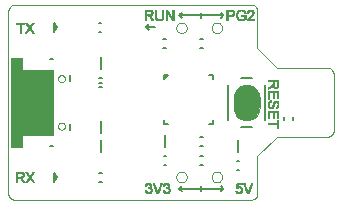
<source format=gbr>
G04 PROTEUS RS274X GERBER FILE*
%FSLAX45Y45*%
%MOMM*%
G01*
%ADD29C,0.025400*%
%ADD30C,0.127000*%
%ADD31C,0.031750*%
G36*
X-576600Y-275000D02*
X-576600Y+275000D01*
X-216600Y+275000D01*
X-216600Y-275000D01*
X-576600Y-275000D01*
G37*
G36*
X-576600Y+275000D02*
X-576600Y+375000D01*
X-481600Y+375000D01*
X-481600Y+275000D01*
X-576600Y+275000D01*
G37*
G36*
X-576600Y-375000D02*
X-576600Y-275000D01*
X-481600Y-275000D01*
X-481600Y-375000D01*
X-576600Y-375000D01*
G37*
G36*
X+718500Y+195000D02*
X+718500Y+235000D01*
X+758500Y+235000D01*
X+718500Y+195000D01*
G37*
G36*
X+1310600Y-41400D02*
X+1310600Y+38600D01*
X+1312789Y+61091D01*
X+1319086Y+81891D01*
X+1329090Y+100596D01*
X+1342397Y+116803D01*
X+1358604Y+130110D01*
X+1377309Y+140114D01*
X+1398109Y+146411D01*
X+1420600Y+148600D01*
X+1443091Y+146411D01*
X+1463891Y+140114D01*
X+1482596Y+130110D01*
X+1498803Y+116803D01*
X+1512110Y+100596D01*
X+1522114Y+81891D01*
X+1528411Y+61091D01*
X+1530600Y+38600D01*
X+1530600Y-41400D01*
X+1528411Y-63891D01*
X+1522114Y-84691D01*
X+1512110Y-103396D01*
X+1498803Y-119603D01*
X+1482596Y-132910D01*
X+1463891Y-142914D01*
X+1443091Y-149211D01*
X+1420600Y-151400D01*
X+1398109Y-149211D01*
X+1377309Y-142914D01*
X+1358604Y-132910D01*
X+1342397Y-119603D01*
X+1329090Y-103396D01*
X+1319086Y-84691D01*
X+1312789Y-63891D01*
X+1310600Y-41400D01*
G37*
G36*
X-209320Y-594540D02*
X-209320Y-674540D01*
X-184320Y-634540D01*
X-209320Y-594540D01*
G37*
G36*
X-209320Y+675460D02*
X-209320Y+595460D01*
X-184320Y+635460D01*
X-209320Y+675460D01*
G37*
D29*
X-116600Y-200000D02*
X-116703Y-197511D01*
X-117545Y-192531D01*
X-119305Y-187551D01*
X-122182Y-182571D01*
X-126583Y-177655D01*
X-131563Y-174041D01*
X-136543Y-171736D01*
X-141523Y-170433D01*
X-146503Y-170000D01*
X-146600Y-170000D01*
X-176600Y-200000D02*
X-176497Y-197511D01*
X-175655Y-192531D01*
X-173895Y-187551D01*
X-171018Y-182571D01*
X-166617Y-177655D01*
X-161637Y-174041D01*
X-156657Y-171736D01*
X-151677Y-170433D01*
X-146697Y-170000D01*
X-146600Y-170000D01*
X-176600Y-200000D02*
X-176497Y-202489D01*
X-175655Y-207469D01*
X-173895Y-212449D01*
X-171018Y-217429D01*
X-166617Y-222345D01*
X-161637Y-225959D01*
X-156657Y-228264D01*
X-151677Y-229567D01*
X-146697Y-230000D01*
X-146600Y-230000D01*
X-116600Y-200000D02*
X-116703Y-202489D01*
X-117545Y-207469D01*
X-119305Y-212449D01*
X-122182Y-217429D01*
X-126583Y-222345D01*
X-131563Y-225959D01*
X-136543Y-228264D01*
X-141523Y-229567D01*
X-146503Y-230000D01*
X-146600Y-230000D01*
X-116600Y+200000D02*
X-116703Y+202489D01*
X-117545Y+207469D01*
X-119305Y+212449D01*
X-122182Y+217429D01*
X-126583Y+222345D01*
X-131563Y+225959D01*
X-136543Y+228264D01*
X-141523Y+229567D01*
X-146503Y+230000D01*
X-146600Y+230000D01*
X-176600Y+200000D02*
X-176497Y+202489D01*
X-175655Y+207469D01*
X-173895Y+212449D01*
X-171018Y+217429D01*
X-166617Y+222345D01*
X-161637Y+225959D01*
X-156657Y+228264D01*
X-151677Y+229567D01*
X-146697Y+230000D01*
X-146600Y+230000D01*
X-176600Y+200000D02*
X-176497Y+197511D01*
X-175655Y+192531D01*
X-173895Y+187551D01*
X-171018Y+182571D01*
X-166617Y+177655D01*
X-161637Y+174041D01*
X-156657Y+171736D01*
X-151677Y+170433D01*
X-146697Y+170000D01*
X-146600Y+170000D01*
X-116600Y+200000D02*
X-116703Y+197511D01*
X-117545Y+192531D01*
X-119305Y+187551D01*
X-122182Y+182571D01*
X-126583Y+177655D01*
X-131563Y+174041D01*
X-136543Y+171736D01*
X-141523Y+170433D01*
X-146503Y+170000D01*
X-146600Y+170000D01*
D30*
X-221600Y+370000D02*
X-241600Y+370000D01*
X-221600Y-370000D02*
X-241600Y-370000D01*
X-76600Y+230000D02*
X-76600Y+180000D01*
X-76600Y-230000D02*
X-76600Y-180000D01*
D29*
X-576600Y-275000D02*
X-216600Y-275000D01*
X-216600Y+275000D01*
X-576600Y+275000D01*
X-576600Y-275000D01*
X-576600Y+275000D02*
X-481600Y+275000D01*
X-481600Y+375000D01*
X-576600Y+375000D01*
X-576600Y+275000D01*
X-576600Y-375000D02*
X-481600Y-375000D01*
X-481600Y-275000D01*
X-576600Y-275000D01*
X-576600Y-375000D01*
D30*
X+718500Y+195000D02*
X+718500Y+235000D01*
X+758500Y+235000D01*
X+718500Y+195000D01*
X+1098500Y+235000D02*
X+1138500Y+235000D01*
X+1138500Y+195000D02*
X+1138500Y+235000D01*
X+1098500Y-185000D02*
X+1138500Y-185000D01*
X+1138500Y-145000D01*
X+758500Y-185000D02*
X+718500Y-185000D01*
X+718500Y-145000D01*
D29*
X-596900Y-774700D02*
X-596900Y+774700D01*
X-546100Y+825500D02*
X+1460500Y+825500D01*
X-596900Y+774700D02*
X-592981Y+794693D01*
X-582216Y+810816D01*
X-566093Y+821581D01*
X-546100Y+825500D01*
X-546100Y-825500D02*
X-566093Y-821581D01*
X-582216Y-810816D01*
X-592981Y-794693D01*
X-596900Y-774700D01*
X-546100Y-825500D02*
X+1460500Y-825500D01*
D30*
X+1260600Y-151400D02*
X+1260600Y+148600D01*
X+1580600Y-151400D02*
X+1580600Y+148600D01*
X+1465600Y-211400D02*
X+1375600Y-211400D01*
X+1465600Y+208600D02*
X+1375600Y+208600D01*
D29*
X+1310600Y-41400D02*
X+1310600Y+38600D01*
X+1312789Y+61091D01*
X+1319086Y+81891D01*
X+1329090Y+100596D01*
X+1342397Y+116803D01*
X+1358604Y+130110D01*
X+1377309Y+140114D01*
X+1398109Y+146411D01*
X+1420600Y+148600D01*
X+1443091Y+146411D01*
X+1463891Y+140114D01*
X+1482596Y+130110D01*
X+1498803Y+116803D01*
X+1512110Y+100596D01*
X+1522114Y+81891D01*
X+1528411Y+61091D01*
X+1530600Y+38600D01*
X+1530600Y-41400D01*
X+1528411Y-63891D01*
X+1522114Y-84691D01*
X+1512110Y-103396D01*
X+1498803Y-119603D01*
X+1482596Y-132910D01*
X+1463891Y-142914D01*
X+1443091Y-149211D01*
X+1420600Y-151400D01*
X+1398109Y-149211D01*
X+1377309Y-142914D01*
X+1358604Y-132910D01*
X+1342397Y-119603D01*
X+1329090Y-103396D01*
X+1319086Y-84691D01*
X+1312789Y-63891D01*
X+1310600Y-41400D01*
D31*
X+1599015Y-30144D02*
X+1599015Y-7284D01*
X+1601555Y-185084D02*
X+1601555Y-174924D01*
X+1601555Y-134284D02*
X+1601555Y-68244D01*
X+1601555Y-35224D02*
X+1601555Y+336D01*
X+1601555Y+33356D02*
X+1601555Y+99396D01*
X+1601555Y+117176D02*
X+1601555Y+127336D01*
X+1601555Y+178136D02*
X+1601555Y+188296D01*
X+1604095Y-185084D02*
X+1604095Y-174924D01*
X+1604095Y-134284D02*
X+1604095Y-68244D01*
X+1604095Y-40304D02*
X+1604095Y+5416D01*
X+1604095Y+33356D02*
X+1604095Y+99396D01*
X+1604095Y+117176D02*
X+1604095Y+129876D01*
X+1604095Y+178136D02*
X+1604095Y+188296D01*
X+1606635Y-185084D02*
X+1606635Y-174924D01*
X+1606635Y-134284D02*
X+1606635Y-68244D01*
X+1606635Y-42844D02*
X+1606635Y+7956D01*
X+1606635Y+33356D02*
X+1606635Y+99396D01*
X+1606635Y+119716D02*
X+1606635Y+129876D01*
X+1606635Y+178136D02*
X+1606635Y+188296D01*
X+1609175Y-185084D02*
X+1609175Y-174924D01*
X+1609175Y-134284D02*
X+1609175Y-68244D01*
X+1609175Y-45384D02*
X+1609175Y-27604D01*
X+1609175Y-9824D02*
X+1609175Y+10496D01*
X+1609175Y+33356D02*
X+1609175Y+99396D01*
X+1609175Y+119716D02*
X+1609175Y+132416D01*
X+1609175Y+178136D02*
X+1609175Y+188296D01*
X+1611715Y-185084D02*
X+1611715Y-174924D01*
X+1611715Y-78404D02*
X+1611715Y-68244D01*
X+1611715Y-47924D02*
X+1611715Y-32684D01*
X+1611715Y-2204D02*
X+1611715Y+13036D01*
X+1611715Y+89236D02*
X+1611715Y+99396D01*
X+1611715Y+122256D02*
X+1611715Y+134956D01*
X+1611715Y+178136D02*
X+1611715Y+188296D01*
X+1614255Y-185084D02*
X+1614255Y-174924D01*
X+1614255Y-78404D02*
X+1614255Y-68244D01*
X+1614255Y-47924D02*
X+1614255Y-35224D01*
X+1614255Y+336D02*
X+1614255Y+13036D01*
X+1614255Y+89236D02*
X+1614255Y+99396D01*
X+1614255Y+124796D02*
X+1614255Y+134956D01*
X+1614255Y+178136D02*
X+1614255Y+188296D01*
X+1616795Y-185084D02*
X+1616795Y-174924D01*
X+1616795Y-78404D02*
X+1616795Y-68244D01*
X+1616795Y-47924D02*
X+1616795Y-37764D01*
X+1616795Y+2876D02*
X+1616795Y+15576D01*
X+1616795Y+89236D02*
X+1616795Y+99396D01*
X+1616795Y+124796D02*
X+1616795Y+137496D01*
X+1616795Y+178136D02*
X+1616795Y+188296D01*
X+1619335Y-185084D02*
X+1619335Y-174924D01*
X+1619335Y-78404D02*
X+1619335Y-68244D01*
X+1619335Y-50464D02*
X+1619335Y-40304D01*
X+1619335Y+5416D02*
X+1619335Y+15576D01*
X+1619335Y+89236D02*
X+1619335Y+99396D01*
X+1619335Y+127336D02*
X+1619335Y+140036D01*
X+1619335Y+178136D02*
X+1619335Y+188296D01*
X+1621875Y-185084D02*
X+1621875Y-174924D01*
X+1621875Y-78404D02*
X+1621875Y-68244D01*
X+1621875Y-50464D02*
X+1621875Y-40304D01*
X+1621875Y+5416D02*
X+1621875Y+18116D01*
X+1621875Y+89236D02*
X+1621875Y+99396D01*
X+1621875Y+127336D02*
X+1621875Y+140036D01*
X+1621875Y+178136D02*
X+1621875Y+188296D01*
X+1624415Y-185084D02*
X+1624415Y-174924D01*
X+1624415Y-78404D02*
X+1624415Y-68244D01*
X+1624415Y-50464D02*
X+1624415Y-40304D01*
X+1624415Y+7956D02*
X+1624415Y+18116D01*
X+1624415Y+89236D02*
X+1624415Y+99396D01*
X+1624415Y+129876D02*
X+1624415Y+142576D01*
X+1624415Y+178136D02*
X+1624415Y+188296D01*
X+1626955Y-185084D02*
X+1626955Y-174924D01*
X+1626955Y-78404D02*
X+1626955Y-68244D01*
X+1626955Y-50464D02*
X+1626955Y-40304D01*
X+1626955Y+7956D02*
X+1626955Y+18116D01*
X+1626955Y+89236D02*
X+1626955Y+99396D01*
X+1626955Y+132416D02*
X+1626955Y+145116D01*
X+1626955Y+178136D02*
X+1626955Y+188296D01*
X+1629495Y-185084D02*
X+1629495Y-174924D01*
X+1629495Y-78404D02*
X+1629495Y-68244D01*
X+1629495Y-50464D02*
X+1629495Y-40304D01*
X+1629495Y+7956D02*
X+1629495Y+18116D01*
X+1629495Y+89236D02*
X+1629495Y+99396D01*
X+1629495Y+134956D02*
X+1629495Y+145116D01*
X+1629495Y+178136D02*
X+1629495Y+188296D01*
X+1632035Y-185084D02*
X+1632035Y-174924D01*
X+1632035Y-78404D02*
X+1632035Y-68244D01*
X+1632035Y-50464D02*
X+1632035Y-37764D01*
X+1632035Y+89236D02*
X+1632035Y+99396D01*
X+1632035Y+134956D02*
X+1632035Y+147656D01*
X+1632035Y+178136D02*
X+1632035Y+188296D01*
X+1634575Y-185084D02*
X+1634575Y-174924D01*
X+1634575Y-78404D02*
X+1634575Y-68244D01*
X+1634575Y-47924D02*
X+1634575Y-35224D01*
X+1634575Y+89236D02*
X+1634575Y+99396D01*
X+1634575Y+137496D02*
X+1634575Y+150196D01*
X+1634575Y+178136D02*
X+1634575Y+188296D01*
X+1637115Y-185084D02*
X+1637115Y-174924D01*
X+1637115Y-78404D02*
X+1637115Y-68244D01*
X+1637115Y-47924D02*
X+1637115Y-27604D01*
X+1637115Y+89236D02*
X+1637115Y+99396D01*
X+1637115Y+140036D02*
X+1637115Y+152736D01*
X+1637115Y+178136D02*
X+1637115Y+188296D01*
X+1639655Y-185084D02*
X+1639655Y-174924D01*
X+1639655Y-78404D02*
X+1639655Y-68244D01*
X+1639655Y-45384D02*
X+1639655Y-19984D01*
X+1639655Y+89236D02*
X+1639655Y+99396D01*
X+1639655Y+142576D02*
X+1639655Y+155276D01*
X+1639655Y+178136D02*
X+1639655Y+188296D01*
X+1642195Y-185084D02*
X+1642195Y-174924D01*
X+1642195Y-129204D02*
X+1642195Y-68244D01*
X+1642195Y-42844D02*
X+1642195Y-9824D01*
X+1642195Y+38436D02*
X+1642195Y+99396D01*
X+1642195Y+137496D02*
X+1642195Y+188296D01*
X+1644735Y-185084D02*
X+1644735Y-174924D01*
X+1644735Y-129204D02*
X+1644735Y-68244D01*
X+1644735Y-40304D02*
X+1644735Y+336D01*
X+1644735Y+38436D02*
X+1644735Y+99396D01*
X+1644735Y+132416D02*
X+1644735Y+188296D01*
X+1647275Y-185084D02*
X+1647275Y-174924D01*
X+1647275Y-129204D02*
X+1647275Y-68244D01*
X+1647275Y-35224D02*
X+1647275Y+5416D01*
X+1647275Y+38436D02*
X+1647275Y+99396D01*
X+1647275Y+127336D02*
X+1647275Y+188296D01*
X+1649815Y-185084D02*
X+1649815Y-174924D01*
X+1649815Y-129204D02*
X+1649815Y-68244D01*
X+1649815Y-27604D02*
X+1649815Y+7956D01*
X+1649815Y+38436D02*
X+1649815Y+99396D01*
X+1649815Y+124796D02*
X+1649815Y+188296D01*
X+1652355Y-185084D02*
X+1652355Y-174924D01*
X+1652355Y-78404D02*
X+1652355Y-68244D01*
X+1652355Y-19984D02*
X+1652355Y+10496D01*
X+1652355Y+89236D02*
X+1652355Y+99396D01*
X+1652355Y+122256D02*
X+1652355Y+140036D01*
X+1652355Y+178136D02*
X+1652355Y+188296D01*
X+1654895Y-185084D02*
X+1654895Y-174924D01*
X+1654895Y-78404D02*
X+1654895Y-68244D01*
X+1654895Y-9824D02*
X+1654895Y+13036D01*
X+1654895Y+89236D02*
X+1654895Y+99396D01*
X+1654895Y+122256D02*
X+1654895Y+134956D01*
X+1654895Y+178136D02*
X+1654895Y+188296D01*
X+1657435Y-185084D02*
X+1657435Y-174924D01*
X+1657435Y-78404D02*
X+1657435Y-68244D01*
X+1657435Y-2204D02*
X+1657435Y+13036D01*
X+1657435Y+89236D02*
X+1657435Y+99396D01*
X+1657435Y+119716D02*
X+1657435Y+132416D01*
X+1657435Y+178136D02*
X+1657435Y+188296D01*
X+1659975Y-185084D02*
X+1659975Y-174924D01*
X+1659975Y-78404D02*
X+1659975Y-68244D01*
X+1659975Y+2876D02*
X+1659975Y+15576D01*
X+1659975Y+89236D02*
X+1659975Y+99396D01*
X+1659975Y+119716D02*
X+1659975Y+129876D01*
X+1659975Y+178136D02*
X+1659975Y+188296D01*
X+1662515Y-185084D02*
X+1662515Y-174924D01*
X+1662515Y-78404D02*
X+1662515Y-68244D01*
X+1662515Y+5416D02*
X+1662515Y+15576D01*
X+1662515Y+89236D02*
X+1662515Y+99396D01*
X+1662515Y+119716D02*
X+1662515Y+129876D01*
X+1662515Y+178136D02*
X+1662515Y+188296D01*
X+1665055Y-185084D02*
X+1665055Y-174924D01*
X+1665055Y-78404D02*
X+1665055Y-68244D01*
X+1665055Y+5416D02*
X+1665055Y+15576D01*
X+1665055Y+89236D02*
X+1665055Y+99396D01*
X+1665055Y+119716D02*
X+1665055Y+129876D01*
X+1665055Y+178136D02*
X+1665055Y+188296D01*
X+1667595Y-185084D02*
X+1667595Y-174924D01*
X+1667595Y-78404D02*
X+1667595Y-68244D01*
X+1667595Y-47924D02*
X+1667595Y-37764D01*
X+1667595Y+5416D02*
X+1667595Y+15576D01*
X+1667595Y+89236D02*
X+1667595Y+99396D01*
X+1667595Y+119716D02*
X+1667595Y+129876D01*
X+1667595Y+178136D02*
X+1667595Y+188296D01*
X+1670135Y-185084D02*
X+1670135Y-174924D01*
X+1670135Y-78404D02*
X+1670135Y-68244D01*
X+1670135Y-47924D02*
X+1670135Y-37764D01*
X+1670135Y+5416D02*
X+1670135Y+15576D01*
X+1670135Y+89236D02*
X+1670135Y+99396D01*
X+1670135Y+119716D02*
X+1670135Y+129876D01*
X+1670135Y+178136D02*
X+1670135Y+188296D01*
X+1672675Y-185084D02*
X+1672675Y-174924D01*
X+1672675Y-78404D02*
X+1672675Y-68244D01*
X+1672675Y-47924D02*
X+1672675Y-35224D01*
X+1672675Y+5416D02*
X+1672675Y+15576D01*
X+1672675Y+89236D02*
X+1672675Y+99396D01*
X+1672675Y+119716D02*
X+1672675Y+132416D01*
X+1672675Y+178136D02*
X+1672675Y+188296D01*
X+1675215Y-185084D02*
X+1675215Y-174924D01*
X+1675215Y-78404D02*
X+1675215Y-68244D01*
X+1675215Y-45384D02*
X+1675215Y-35224D01*
X+1675215Y+2876D02*
X+1675215Y+13036D01*
X+1675215Y+89236D02*
X+1675215Y+99396D01*
X+1675215Y+122256D02*
X+1675215Y+134956D01*
X+1675215Y+178136D02*
X+1675215Y+188296D01*
X+1677755Y-185084D02*
X+1677755Y-174924D01*
X+1677755Y-78404D02*
X+1677755Y-68244D01*
X+1677755Y-45384D02*
X+1677755Y-30144D01*
X+1677755Y+336D02*
X+1677755Y+13036D01*
X+1677755Y+89236D02*
X+1677755Y+99396D01*
X+1677755Y+122256D02*
X+1677755Y+140036D01*
X+1677755Y+178136D02*
X+1677755Y+188296D01*
X+1680295Y-215564D02*
X+1680295Y-144444D01*
X+1680295Y-131744D02*
X+1680295Y-68244D01*
X+1680295Y-42844D02*
X+1680295Y-25064D01*
X+1680295Y-4744D02*
X+1680295Y+10496D01*
X+1680295Y+35896D02*
X+1680295Y+99396D01*
X+1680295Y+124796D02*
X+1680295Y+188296D01*
X+1682835Y-215564D02*
X+1682835Y-144444D01*
X+1682835Y-131744D02*
X+1682835Y-68244D01*
X+1682835Y-40304D02*
X+1682835Y+10496D01*
X+1682835Y+35896D02*
X+1682835Y+99396D01*
X+1682835Y+127336D02*
X+1682835Y+188296D01*
X+1685375Y-215564D02*
X+1685375Y-144444D01*
X+1685375Y-131744D02*
X+1685375Y-68244D01*
X+1685375Y-37764D02*
X+1685375Y+5416D01*
X+1685375Y+35896D02*
X+1685375Y+99396D01*
X+1685375Y+129876D02*
X+1685375Y+188296D01*
X+1687915Y-215564D02*
X+1687915Y-144444D01*
X+1687915Y-131744D02*
X+1687915Y-68244D01*
X+1687915Y-35224D02*
X+1687915Y+2876D01*
X+1687915Y+35896D02*
X+1687915Y+99396D01*
X+1687915Y+137496D02*
X+1687915Y+188296D01*
X+1690455Y-27604D02*
X+1690455Y-4744D01*
D30*
X+173990Y+206200D02*
X+193040Y+206200D01*
X+173990Y+130000D02*
X+193040Y+130000D01*
X+173990Y+168100D02*
X+193040Y+168100D01*
X-209320Y-594540D02*
X-209320Y-674540D01*
X-184320Y-634540D01*
X-209320Y-594540D01*
D31*
X-534244Y-676775D02*
X-524084Y-676775D01*
X-473284Y-676775D02*
X-463124Y-676775D01*
X-455504Y-676775D02*
X-442804Y-676775D01*
X-389464Y-676775D02*
X-376764Y-676775D01*
X-534244Y-674235D02*
X-524084Y-674235D01*
X-475824Y-674235D02*
X-463124Y-674235D01*
X-452964Y-674235D02*
X-440264Y-674235D01*
X-392004Y-674235D02*
X-379304Y-674235D01*
X-534244Y-671695D02*
X-524084Y-671695D01*
X-475824Y-671695D02*
X-465664Y-671695D01*
X-450424Y-671695D02*
X-437724Y-671695D01*
X-392004Y-671695D02*
X-381844Y-671695D01*
X-534244Y-669155D02*
X-524084Y-669155D01*
X-478364Y-669155D02*
X-465664Y-669155D01*
X-447884Y-669155D02*
X-437724Y-669155D01*
X-394544Y-669155D02*
X-384384Y-669155D01*
X-534244Y-666615D02*
X-524084Y-666615D01*
X-480904Y-666615D02*
X-468204Y-666615D01*
X-447884Y-666615D02*
X-435184Y-666615D01*
X-397084Y-666615D02*
X-384384Y-666615D01*
X-534244Y-664075D02*
X-524084Y-664075D01*
X-480904Y-664075D02*
X-470744Y-664075D01*
X-445344Y-664075D02*
X-432644Y-664075D01*
X-399624Y-664075D02*
X-386924Y-664075D01*
X-534244Y-661535D02*
X-524084Y-661535D01*
X-483444Y-661535D02*
X-470744Y-661535D01*
X-442804Y-661535D02*
X-432644Y-661535D01*
X-399624Y-661535D02*
X-389464Y-661535D01*
X-534244Y-658995D02*
X-524084Y-658995D01*
X-485984Y-658995D02*
X-473284Y-658995D01*
X-442804Y-658995D02*
X-430104Y-658995D01*
X-402164Y-658995D02*
X-389464Y-658995D01*
X-534244Y-656455D02*
X-524084Y-656455D01*
X-485984Y-656455D02*
X-473284Y-656455D01*
X-440264Y-656455D02*
X-427564Y-656455D01*
X-404704Y-656455D02*
X-392004Y-656455D01*
X-534244Y-653915D02*
X-524084Y-653915D01*
X-488524Y-653915D02*
X-475824Y-653915D01*
X-437724Y-653915D02*
X-425024Y-653915D01*
X-407244Y-653915D02*
X-394544Y-653915D01*
X-534244Y-651375D02*
X-524084Y-651375D01*
X-491064Y-651375D02*
X-478364Y-651375D01*
X-435184Y-651375D02*
X-425024Y-651375D01*
X-407244Y-651375D02*
X-397084Y-651375D01*
X-534244Y-648835D02*
X-524084Y-648835D01*
X-491064Y-648835D02*
X-480904Y-648835D01*
X-435184Y-648835D02*
X-422484Y-648835D01*
X-409784Y-648835D02*
X-397084Y-648835D01*
X-534244Y-646295D02*
X-524084Y-646295D01*
X-493604Y-646295D02*
X-480904Y-646295D01*
X-432644Y-646295D02*
X-419944Y-646295D01*
X-412324Y-646295D02*
X-399624Y-646295D01*
X-534244Y-643755D02*
X-524084Y-643755D01*
X-496144Y-643755D02*
X-483444Y-643755D01*
X-430104Y-643755D02*
X-417404Y-643755D01*
X-412324Y-643755D02*
X-402164Y-643755D01*
X-534244Y-641215D02*
X-524084Y-641215D01*
X-498684Y-641215D02*
X-485984Y-641215D01*
X-430104Y-641215D02*
X-417404Y-641215D01*
X-414864Y-641215D02*
X-404704Y-641215D01*
X-534244Y-638675D02*
X-524084Y-638675D01*
X-501224Y-638675D02*
X-488524Y-638675D01*
X-427564Y-638675D02*
X-404704Y-638675D01*
X-534244Y-636135D02*
X-483444Y-636135D01*
X-425024Y-636135D02*
X-407244Y-636135D01*
X-534244Y-633595D02*
X-478364Y-633595D01*
X-422484Y-633595D02*
X-409784Y-633595D01*
X-534244Y-631055D02*
X-473284Y-631055D01*
X-422484Y-631055D02*
X-409784Y-631055D01*
X-534244Y-628515D02*
X-470744Y-628515D01*
X-425024Y-628515D02*
X-407244Y-628515D01*
X-534244Y-625975D02*
X-524084Y-625975D01*
X-485984Y-625975D02*
X-468204Y-625975D01*
X-425024Y-625975D02*
X-404704Y-625975D01*
X-534244Y-623435D02*
X-524084Y-623435D01*
X-480904Y-623435D02*
X-468204Y-623435D01*
X-427564Y-623435D02*
X-404704Y-623435D01*
X-534244Y-620895D02*
X-524084Y-620895D01*
X-478364Y-620895D02*
X-465664Y-620895D01*
X-430104Y-620895D02*
X-417404Y-620895D01*
X-414864Y-620895D02*
X-402164Y-620895D01*
X-534244Y-618355D02*
X-524084Y-618355D01*
X-475824Y-618355D02*
X-465664Y-618355D01*
X-432644Y-618355D02*
X-419944Y-618355D01*
X-412324Y-618355D02*
X-399624Y-618355D01*
X-534244Y-615815D02*
X-524084Y-615815D01*
X-475824Y-615815D02*
X-465664Y-615815D01*
X-432644Y-615815D02*
X-422484Y-615815D01*
X-409784Y-615815D02*
X-399624Y-615815D01*
X-534244Y-613275D02*
X-524084Y-613275D01*
X-475824Y-613275D02*
X-465664Y-613275D01*
X-435184Y-613275D02*
X-422484Y-613275D01*
X-409784Y-613275D02*
X-397084Y-613275D01*
X-534244Y-610735D02*
X-524084Y-610735D01*
X-475824Y-610735D02*
X-465664Y-610735D01*
X-437724Y-610735D02*
X-425024Y-610735D01*
X-407244Y-610735D02*
X-394544Y-610735D01*
X-534244Y-608195D02*
X-524084Y-608195D01*
X-475824Y-608195D02*
X-465664Y-608195D01*
X-440264Y-608195D02*
X-427564Y-608195D01*
X-404704Y-608195D02*
X-392004Y-608195D01*
X-534244Y-605655D02*
X-524084Y-605655D01*
X-478364Y-605655D02*
X-465664Y-605655D01*
X-440264Y-605655D02*
X-430104Y-605655D01*
X-402164Y-605655D02*
X-392004Y-605655D01*
X-534244Y-603115D02*
X-524084Y-603115D01*
X-480904Y-603115D02*
X-468204Y-603115D01*
X-442804Y-603115D02*
X-430104Y-603115D01*
X-402164Y-603115D02*
X-389464Y-603115D01*
X-534244Y-600575D02*
X-524084Y-600575D01*
X-485984Y-600575D02*
X-468204Y-600575D01*
X-445344Y-600575D02*
X-432644Y-600575D01*
X-399624Y-600575D02*
X-386924Y-600575D01*
X-534244Y-598035D02*
X-470744Y-598035D01*
X-445344Y-598035D02*
X-435184Y-598035D01*
X-397084Y-598035D02*
X-386924Y-598035D01*
X-534244Y-595495D02*
X-473284Y-595495D01*
X-447884Y-595495D02*
X-437724Y-595495D01*
X-397084Y-595495D02*
X-384384Y-595495D01*
X-534244Y-592955D02*
X-475824Y-592955D01*
X-450424Y-592955D02*
X-437724Y-592955D01*
X-394544Y-592955D02*
X-381844Y-592955D01*
X-534244Y-590415D02*
X-483444Y-590415D01*
X-452964Y-590415D02*
X-440264Y-590415D01*
X-392004Y-590415D02*
X-379304Y-590415D01*
D30*
X-209320Y+675460D02*
X-209320Y+595460D01*
X-184320Y+635460D01*
X-209320Y+675460D01*
D31*
X-501903Y+588225D02*
X-491743Y+588225D01*
X-458723Y+588225D02*
X-446023Y+588225D01*
X-392683Y+588225D02*
X-379983Y+588225D01*
X-501903Y+590765D02*
X-491743Y+590765D01*
X-456183Y+590765D02*
X-443483Y+590765D01*
X-395223Y+590765D02*
X-382523Y+590765D01*
X-501903Y+593305D02*
X-491743Y+593305D01*
X-453643Y+593305D02*
X-440943Y+593305D01*
X-395223Y+593305D02*
X-385063Y+593305D01*
X-501903Y+595845D02*
X-491743Y+595845D01*
X-451103Y+595845D02*
X-440943Y+595845D01*
X-397763Y+595845D02*
X-387603Y+595845D01*
X-501903Y+598385D02*
X-491743Y+598385D01*
X-451103Y+598385D02*
X-438403Y+598385D01*
X-400303Y+598385D02*
X-387603Y+598385D01*
X-501903Y+600925D02*
X-491743Y+600925D01*
X-448563Y+600925D02*
X-435863Y+600925D01*
X-402843Y+600925D02*
X-390143Y+600925D01*
X-501903Y+603465D02*
X-491743Y+603465D01*
X-446023Y+603465D02*
X-435863Y+603465D01*
X-402843Y+603465D02*
X-392683Y+603465D01*
X-501903Y+606005D02*
X-491743Y+606005D01*
X-446023Y+606005D02*
X-433323Y+606005D01*
X-405383Y+606005D02*
X-392683Y+606005D01*
X-501903Y+608545D02*
X-491743Y+608545D01*
X-443483Y+608545D02*
X-430783Y+608545D01*
X-407923Y+608545D02*
X-395223Y+608545D01*
X-501903Y+611085D02*
X-491743Y+611085D01*
X-440943Y+611085D02*
X-428243Y+611085D01*
X-410463Y+611085D02*
X-397763Y+611085D01*
X-501903Y+613625D02*
X-491743Y+613625D01*
X-438403Y+613625D02*
X-428243Y+613625D01*
X-410463Y+613625D02*
X-400303Y+613625D01*
X-501903Y+616165D02*
X-491743Y+616165D01*
X-438403Y+616165D02*
X-425703Y+616165D01*
X-413003Y+616165D02*
X-400303Y+616165D01*
X-501903Y+618705D02*
X-491743Y+618705D01*
X-435863Y+618705D02*
X-423163Y+618705D01*
X-415543Y+618705D02*
X-402843Y+618705D01*
X-501903Y+621245D02*
X-491743Y+621245D01*
X-433323Y+621245D02*
X-420623Y+621245D01*
X-415543Y+621245D02*
X-405383Y+621245D01*
X-501903Y+623785D02*
X-491743Y+623785D01*
X-433323Y+623785D02*
X-420623Y+623785D01*
X-418083Y+623785D02*
X-407923Y+623785D01*
X-501903Y+626325D02*
X-491743Y+626325D01*
X-430783Y+626325D02*
X-407923Y+626325D01*
X-501903Y+628865D02*
X-491743Y+628865D01*
X-428243Y+628865D02*
X-410463Y+628865D01*
X-501903Y+631405D02*
X-491743Y+631405D01*
X-425703Y+631405D02*
X-413003Y+631405D01*
X-501903Y+633945D02*
X-491743Y+633945D01*
X-425703Y+633945D02*
X-413003Y+633945D01*
X-501903Y+636485D02*
X-491743Y+636485D01*
X-428243Y+636485D02*
X-410463Y+636485D01*
X-501903Y+639025D02*
X-491743Y+639025D01*
X-428243Y+639025D02*
X-407923Y+639025D01*
X-501903Y+641565D02*
X-491743Y+641565D01*
X-430783Y+641565D02*
X-407923Y+641565D01*
X-501903Y+644105D02*
X-491743Y+644105D01*
X-433323Y+644105D02*
X-420623Y+644105D01*
X-418083Y+644105D02*
X-405383Y+644105D01*
X-501903Y+646645D02*
X-491743Y+646645D01*
X-435863Y+646645D02*
X-423163Y+646645D01*
X-415543Y+646645D02*
X-402843Y+646645D01*
X-501903Y+649185D02*
X-491743Y+649185D01*
X-435863Y+649185D02*
X-425703Y+649185D01*
X-413003Y+649185D02*
X-402843Y+649185D01*
X-501903Y+651725D02*
X-491743Y+651725D01*
X-438403Y+651725D02*
X-425703Y+651725D01*
X-413003Y+651725D02*
X-400303Y+651725D01*
X-501903Y+654265D02*
X-491743Y+654265D01*
X-440943Y+654265D02*
X-428243Y+654265D01*
X-410463Y+654265D02*
X-397763Y+654265D01*
X-501903Y+656805D02*
X-491743Y+656805D01*
X-443483Y+656805D02*
X-430783Y+656805D01*
X-407923Y+656805D02*
X-395223Y+656805D01*
X-501903Y+659345D02*
X-491743Y+659345D01*
X-443483Y+659345D02*
X-433323Y+659345D01*
X-405383Y+659345D02*
X-395223Y+659345D01*
X-501903Y+661885D02*
X-491743Y+661885D01*
X-446023Y+661885D02*
X-433323Y+661885D01*
X-405383Y+661885D02*
X-392683Y+661885D01*
X-501903Y+664425D02*
X-491743Y+664425D01*
X-448563Y+664425D02*
X-435863Y+664425D01*
X-402843Y+664425D02*
X-390143Y+664425D01*
X-532383Y+666965D02*
X-461263Y+666965D01*
X-448563Y+666965D02*
X-438403Y+666965D01*
X-400303Y+666965D02*
X-390143Y+666965D01*
X-532383Y+669505D02*
X-461263Y+669505D01*
X-451103Y+669505D02*
X-440943Y+669505D01*
X-400303Y+669505D02*
X-387603Y+669505D01*
X-532383Y+672045D02*
X-461263Y+672045D01*
X-453643Y+672045D02*
X-440943Y+672045D01*
X-397763Y+672045D02*
X-385063Y+672045D01*
X-532383Y+674585D02*
X-461263Y+674585D01*
X-456183Y+674585D02*
X-443483Y+674585D01*
X-395223Y+674585D02*
X-382523Y+674585D01*
D30*
X+184140Y+282250D02*
X+184140Y+384150D01*
X+726450Y-381150D02*
X+726450Y-279250D01*
X+173990Y-596440D02*
X+193040Y-596440D01*
X+173990Y-672640D02*
X+193040Y-672640D01*
X+171530Y+673560D02*
X+190580Y+673560D01*
X+171530Y+597360D02*
X+190580Y+597360D01*
X+1028700Y+533399D02*
X+1047750Y+533399D01*
X+1028700Y+457199D02*
X+1047750Y+457199D01*
X+184140Y-257500D02*
X+184140Y-155600D01*
X+184140Y-422600D02*
X+184140Y-320700D01*
X+716300Y+533399D02*
X+735350Y+533399D01*
X+716300Y+457199D02*
X+735350Y+457199D01*
X+1809750Y-125751D02*
X+1809750Y-144801D01*
X+1733550Y-125751D02*
X+1733550Y-144801D01*
X+1047750Y-533401D02*
X+1028700Y-533401D01*
X+1047750Y-457201D02*
X+1028700Y-457201D01*
X+1047750Y-368301D02*
X+1028700Y-368301D01*
X+1047750Y-292101D02*
X+1028700Y-292101D01*
X+736600Y-533401D02*
X+717550Y-533401D01*
X+736600Y-457201D02*
X+717550Y-457201D01*
D29*
X+914300Y-631600D02*
X+914145Y-627873D01*
X+912889Y-620418D01*
X+910259Y-612963D01*
X+905963Y-605508D01*
X+899393Y-598142D01*
X+891938Y-592709D01*
X+884483Y-589239D01*
X+877028Y-587269D01*
X+869573Y-586601D01*
X+869300Y-586600D01*
X+824300Y-631600D02*
X+824455Y-627873D01*
X+825711Y-620418D01*
X+828341Y-612963D01*
X+832637Y-605508D01*
X+839207Y-598142D01*
X+846662Y-592709D01*
X+854117Y-589239D01*
X+861572Y-587269D01*
X+869027Y-586601D01*
X+869300Y-586600D01*
X+824300Y-631600D02*
X+824455Y-635327D01*
X+825711Y-642782D01*
X+828341Y-650237D01*
X+832637Y-657692D01*
X+839207Y-665058D01*
X+846662Y-670491D01*
X+854117Y-673961D01*
X+861572Y-675931D01*
X+869027Y-676599D01*
X+869300Y-676600D01*
X+914300Y-631600D02*
X+914145Y-635327D01*
X+912889Y-642782D01*
X+910259Y-650237D01*
X+905963Y-657692D01*
X+899393Y-665058D01*
X+891938Y-670491D01*
X+884483Y-673961D01*
X+877028Y-675931D01*
X+869573Y-676599D01*
X+869300Y-676600D01*
X+1214300Y-631600D02*
X+1214145Y-627873D01*
X+1212889Y-620418D01*
X+1210259Y-612963D01*
X+1205963Y-605508D01*
X+1199393Y-598142D01*
X+1191938Y-592709D01*
X+1184483Y-589239D01*
X+1177028Y-587269D01*
X+1169573Y-586601D01*
X+1169300Y-586600D01*
X+1124300Y-631600D02*
X+1124455Y-627873D01*
X+1125711Y-620418D01*
X+1128341Y-612963D01*
X+1132637Y-605508D01*
X+1139207Y-598142D01*
X+1146662Y-592709D01*
X+1154117Y-589239D01*
X+1161572Y-587269D01*
X+1169027Y-586601D01*
X+1169300Y-586600D01*
X+1124300Y-631600D02*
X+1124455Y-635327D01*
X+1125711Y-642782D01*
X+1128341Y-650237D01*
X+1132637Y-657692D01*
X+1139207Y-665058D01*
X+1146662Y-670491D01*
X+1154117Y-673961D01*
X+1161572Y-675931D01*
X+1169027Y-676599D01*
X+1169300Y-676600D01*
X+1214300Y-631600D02*
X+1214145Y-635327D01*
X+1212889Y-642782D01*
X+1210259Y-650237D01*
X+1205963Y-657692D01*
X+1199393Y-665058D01*
X+1191938Y-670491D01*
X+1184483Y-673961D01*
X+1177028Y-675931D01*
X+1169573Y-676599D01*
X+1169300Y-676600D01*
X+914300Y+631600D02*
X+914145Y+635327D01*
X+912889Y+642782D01*
X+910259Y+650237D01*
X+905963Y+657692D01*
X+899393Y+665058D01*
X+891938Y+670491D01*
X+884483Y+673961D01*
X+877028Y+675931D01*
X+869573Y+676599D01*
X+869300Y+676600D01*
X+824300Y+631600D02*
X+824455Y+635327D01*
X+825711Y+642782D01*
X+828341Y+650237D01*
X+832637Y+657692D01*
X+839207Y+665058D01*
X+846662Y+670491D01*
X+854117Y+673961D01*
X+861572Y+675931D01*
X+869027Y+676599D01*
X+869300Y+676600D01*
X+824300Y+631600D02*
X+824455Y+627873D01*
X+825711Y+620418D01*
X+828341Y+612963D01*
X+832637Y+605508D01*
X+839207Y+598142D01*
X+846662Y+592709D01*
X+854117Y+589239D01*
X+861572Y+587269D01*
X+869027Y+586601D01*
X+869300Y+586600D01*
X+914300Y+631600D02*
X+914145Y+627873D01*
X+912889Y+620418D01*
X+910259Y+612963D01*
X+905963Y+605508D01*
X+899393Y+598142D01*
X+891938Y+592709D01*
X+884483Y+589239D01*
X+877028Y+587269D01*
X+869573Y+586601D01*
X+869300Y+586600D01*
X+1214300Y+631600D02*
X+1214145Y+635327D01*
X+1212889Y+642782D01*
X+1210259Y+650237D01*
X+1205963Y+657692D01*
X+1199393Y+665058D01*
X+1191938Y+670491D01*
X+1184483Y+673961D01*
X+1177028Y+675931D01*
X+1169573Y+676599D01*
X+1169300Y+676600D01*
X+1124300Y+631600D02*
X+1124455Y+635327D01*
X+1125711Y+642782D01*
X+1128341Y+650237D01*
X+1132637Y+657692D01*
X+1139207Y+665058D01*
X+1146662Y+670491D01*
X+1154117Y+673961D01*
X+1161572Y+675931D01*
X+1169027Y+676599D01*
X+1169300Y+676600D01*
X+1124300Y+631600D02*
X+1124455Y+627873D01*
X+1125711Y+620418D01*
X+1128341Y+612963D01*
X+1132637Y+605508D01*
X+1139207Y+598142D01*
X+1146662Y+592709D01*
X+1154117Y+589239D01*
X+1161572Y+587269D01*
X+1169027Y+586601D01*
X+1169300Y+586600D01*
X+1214300Y+631600D02*
X+1214145Y+627873D01*
X+1212889Y+620418D01*
X+1210259Y+612963D01*
X+1205963Y+605508D01*
X+1199393Y+598142D01*
X+1191938Y+592709D01*
X+1184483Y+589239D01*
X+1177028Y+587269D01*
X+1169573Y+586601D01*
X+1169300Y+586600D01*
X+2159000Y-241300D02*
X+2155081Y-261293D01*
X+2144316Y-277416D01*
X+2128193Y-288181D01*
X+2108200Y-292100D01*
X+2108200Y+292100D02*
X+2128193Y+288181D01*
X+2144316Y+277416D01*
X+2155081Y+261293D01*
X+2159000Y+241300D01*
X+2159000Y-241300D01*
X+2108200Y-292100D02*
X+1676400Y-292100D01*
X+1511300Y-457200D01*
X+1511300Y-774700D02*
X+1507381Y-794693D01*
X+1496616Y-810816D01*
X+1480493Y-821581D01*
X+1460500Y-825500D01*
X+1511300Y-774700D02*
X+1511300Y-457200D01*
X+1460500Y+825501D02*
X+1480493Y+821582D01*
X+1496616Y+810817D01*
X+1507381Y+794694D01*
X+1511300Y+774701D01*
X+1676400Y+292100D02*
X+1511300Y+457200D01*
X+2108200Y+292100D02*
X+1676400Y+292100D01*
X+1511300Y+457200D02*
X+1511300Y+774700D01*
D31*
X+579883Y-768985D02*
X+597663Y-768985D01*
X+658623Y-768985D02*
X+671323Y-768985D01*
X+732283Y-768985D02*
X+750063Y-768985D01*
X+572263Y-766445D02*
X+602743Y-766445D01*
X+656083Y-766445D02*
X+673863Y-766445D01*
X+724663Y-766445D02*
X+755143Y-766445D01*
X+569723Y-763905D02*
X+607823Y-763905D01*
X+656083Y-763905D02*
X+673863Y-763905D01*
X+722123Y-763905D02*
X+760223Y-763905D01*
X+567183Y-761365D02*
X+610363Y-761365D01*
X+656083Y-761365D02*
X+673863Y-761365D01*
X+719583Y-761365D02*
X+762763Y-761365D01*
X+564643Y-758825D02*
X+579883Y-758825D01*
X+597663Y-758825D02*
X+612903Y-758825D01*
X+653543Y-758825D02*
X+663703Y-758825D01*
X+666243Y-758825D02*
X+676403Y-758825D01*
X+717043Y-758825D02*
X+732283Y-758825D01*
X+750063Y-758825D02*
X+765303Y-758825D01*
X+562103Y-756285D02*
X+577343Y-756285D01*
X+600203Y-756285D02*
X+615443Y-756285D01*
X+653543Y-756285D02*
X+663703Y-756285D01*
X+666243Y-756285D02*
X+676403Y-756285D01*
X+714503Y-756285D02*
X+729743Y-756285D01*
X+752603Y-756285D02*
X+767843Y-756285D01*
X+562103Y-753745D02*
X+574803Y-753745D01*
X+602743Y-753745D02*
X+615443Y-753745D01*
X+653543Y-753745D02*
X+663703Y-753745D01*
X+666243Y-753745D02*
X+676403Y-753745D01*
X+714503Y-753745D02*
X+727203Y-753745D01*
X+755143Y-753745D02*
X+767843Y-753745D01*
X+559563Y-751205D02*
X+572263Y-751205D01*
X+605283Y-751205D02*
X+615443Y-751205D01*
X+651003Y-751205D02*
X+663703Y-751205D01*
X+666243Y-751205D02*
X+678943Y-751205D01*
X+711963Y-751205D02*
X+724663Y-751205D01*
X+757683Y-751205D02*
X+767843Y-751205D01*
X+559563Y-748665D02*
X+572263Y-748665D01*
X+607823Y-748665D02*
X+617983Y-748665D01*
X+651003Y-748665D02*
X+661163Y-748665D01*
X+668783Y-748665D02*
X+678943Y-748665D01*
X+711963Y-748665D02*
X+724663Y-748665D01*
X+760223Y-748665D02*
X+770383Y-748665D01*
X+559563Y-746125D02*
X+569723Y-746125D01*
X+607823Y-746125D02*
X+617983Y-746125D01*
X+648463Y-746125D02*
X+661163Y-746125D01*
X+668783Y-746125D02*
X+681483Y-746125D01*
X+711963Y-746125D02*
X+722123Y-746125D01*
X+760223Y-746125D02*
X+770383Y-746125D01*
X+564643Y-743585D02*
X+569723Y-743585D01*
X+607823Y-743585D02*
X+617983Y-743585D01*
X+648463Y-743585D02*
X+658623Y-743585D01*
X+671323Y-743585D02*
X+681483Y-743585D01*
X+717043Y-743585D02*
X+722123Y-743585D01*
X+760223Y-743585D02*
X+770383Y-743585D01*
X+607823Y-741045D02*
X+617983Y-741045D01*
X+648463Y-741045D02*
X+658623Y-741045D01*
X+671323Y-741045D02*
X+681483Y-741045D01*
X+760223Y-741045D02*
X+770383Y-741045D01*
X+607823Y-738505D02*
X+617983Y-738505D01*
X+645923Y-738505D02*
X+658623Y-738505D01*
X+671323Y-738505D02*
X+684023Y-738505D01*
X+760223Y-738505D02*
X+770383Y-738505D01*
X+607823Y-735965D02*
X+617983Y-735965D01*
X+645923Y-735965D02*
X+656083Y-735965D01*
X+673863Y-735965D02*
X+684023Y-735965D01*
X+760223Y-735965D02*
X+770383Y-735965D01*
X+605283Y-733425D02*
X+615443Y-733425D01*
X+645923Y-733425D02*
X+656083Y-733425D01*
X+673863Y-733425D02*
X+684023Y-733425D01*
X+757683Y-733425D02*
X+767843Y-733425D01*
X+602743Y-730885D02*
X+615443Y-730885D01*
X+643383Y-730885D02*
X+653543Y-730885D01*
X+673863Y-730885D02*
X+686563Y-730885D01*
X+755143Y-730885D02*
X+767843Y-730885D01*
X+600203Y-728345D02*
X+612903Y-728345D01*
X+643383Y-728345D02*
X+653543Y-728345D01*
X+676403Y-728345D02*
X+686563Y-728345D01*
X+752603Y-728345D02*
X+765303Y-728345D01*
X+582423Y-725805D02*
X+610363Y-725805D01*
X+640843Y-725805D02*
X+653543Y-725805D01*
X+676403Y-725805D02*
X+689103Y-725805D01*
X+734823Y-725805D02*
X+762763Y-725805D01*
X+582423Y-723265D02*
X+607823Y-723265D01*
X+640843Y-723265D02*
X+651003Y-723265D01*
X+678943Y-723265D02*
X+689103Y-723265D01*
X+734823Y-723265D02*
X+760223Y-723265D01*
X+582423Y-720725D02*
X+600203Y-720725D01*
X+640843Y-720725D02*
X+651003Y-720725D01*
X+678943Y-720725D02*
X+689103Y-720725D01*
X+734823Y-720725D02*
X+752603Y-720725D01*
X+582423Y-718185D02*
X+605283Y-718185D01*
X+638303Y-718185D02*
X+651003Y-718185D01*
X+678943Y-718185D02*
X+691643Y-718185D01*
X+734823Y-718185D02*
X+757683Y-718185D01*
X+592583Y-715645D02*
X+607823Y-715645D01*
X+638303Y-715645D02*
X+648463Y-715645D01*
X+681483Y-715645D02*
X+691643Y-715645D01*
X+744983Y-715645D02*
X+760223Y-715645D01*
X+597663Y-713105D02*
X+610363Y-713105D01*
X+638303Y-713105D02*
X+648463Y-713105D01*
X+681483Y-713105D02*
X+691643Y-713105D01*
X+750063Y-713105D02*
X+762763Y-713105D01*
X+600203Y-710565D02*
X+610363Y-710565D01*
X+635763Y-710565D02*
X+645923Y-710565D01*
X+684023Y-710565D02*
X+694183Y-710565D01*
X+752603Y-710565D02*
X+762763Y-710565D01*
X+602743Y-708025D02*
X+612903Y-708025D01*
X+635763Y-708025D02*
X+645923Y-708025D01*
X+684023Y-708025D02*
X+694183Y-708025D01*
X+755143Y-708025D02*
X+765303Y-708025D01*
X+564643Y-705485D02*
X+569723Y-705485D01*
X+602743Y-705485D02*
X+612903Y-705485D01*
X+633223Y-705485D02*
X+645923Y-705485D01*
X+684023Y-705485D02*
X+696723Y-705485D01*
X+717043Y-705485D02*
X+722123Y-705485D01*
X+755143Y-705485D02*
X+765303Y-705485D01*
X+559563Y-702945D02*
X+569723Y-702945D01*
X+602743Y-702945D02*
X+612903Y-702945D01*
X+633223Y-702945D02*
X+643383Y-702945D01*
X+686563Y-702945D02*
X+696723Y-702945D01*
X+711963Y-702945D02*
X+722123Y-702945D01*
X+755143Y-702945D02*
X+765303Y-702945D01*
X+559563Y-700405D02*
X+572263Y-700405D01*
X+602743Y-700405D02*
X+612903Y-700405D01*
X+633223Y-700405D02*
X+643383Y-700405D01*
X+686563Y-700405D02*
X+696723Y-700405D01*
X+711963Y-700405D02*
X+724663Y-700405D01*
X+755143Y-700405D02*
X+765303Y-700405D01*
X+562103Y-697865D02*
X+572263Y-697865D01*
X+600203Y-697865D02*
X+612903Y-697865D01*
X+630683Y-697865D02*
X+640843Y-697865D01*
X+686563Y-697865D02*
X+699263Y-697865D01*
X+714503Y-697865D02*
X+724663Y-697865D01*
X+752603Y-697865D02*
X+765303Y-697865D01*
X+562103Y-695325D02*
X+574803Y-695325D01*
X+597663Y-695325D02*
X+610363Y-695325D01*
X+630683Y-695325D02*
X+640843Y-695325D01*
X+689103Y-695325D02*
X+699263Y-695325D01*
X+714503Y-695325D02*
X+727203Y-695325D01*
X+750063Y-695325D02*
X+762763Y-695325D01*
X+564643Y-692785D02*
X+579883Y-692785D01*
X+595123Y-692785D02*
X+610363Y-692785D01*
X+630683Y-692785D02*
X+640843Y-692785D01*
X+689103Y-692785D02*
X+699263Y-692785D01*
X+717043Y-692785D02*
X+732283Y-692785D01*
X+747523Y-692785D02*
X+762763Y-692785D01*
X+564643Y-690245D02*
X+607823Y-690245D01*
X+628143Y-690245D02*
X+638303Y-690245D01*
X+691643Y-690245D02*
X+701803Y-690245D01*
X+717043Y-690245D02*
X+760223Y-690245D01*
X+567183Y-687705D02*
X+605283Y-687705D01*
X+628143Y-687705D02*
X+638303Y-687705D01*
X+691643Y-687705D02*
X+701803Y-687705D01*
X+719583Y-687705D02*
X+757683Y-687705D01*
X+572263Y-685165D02*
X+602743Y-685165D01*
X+625603Y-685165D02*
X+638303Y-685165D01*
X+691643Y-685165D02*
X+704343Y-685165D01*
X+724663Y-685165D02*
X+755143Y-685165D01*
X+577343Y-682625D02*
X+595123Y-682625D01*
X+625603Y-682625D02*
X+635763Y-682625D01*
X+694183Y-682625D02*
X+704343Y-682625D01*
X+729743Y-682625D02*
X+747523Y-682625D01*
X+1342664Y-768985D02*
X+1362984Y-768985D01*
X+1423944Y-768985D02*
X+1436644Y-768985D01*
X+1337584Y-766445D02*
X+1368064Y-766445D01*
X+1421404Y-766445D02*
X+1439184Y-766445D01*
X+1335044Y-763905D02*
X+1373144Y-763905D01*
X+1421404Y-763905D02*
X+1439184Y-763905D01*
X+1332504Y-761365D02*
X+1375684Y-761365D01*
X+1421404Y-761365D02*
X+1439184Y-761365D01*
X+1329964Y-758825D02*
X+1345204Y-758825D01*
X+1360444Y-758825D02*
X+1375684Y-758825D01*
X+1418864Y-758825D02*
X+1429024Y-758825D01*
X+1431564Y-758825D02*
X+1441724Y-758825D01*
X+1327424Y-756285D02*
X+1340124Y-756285D01*
X+1365524Y-756285D02*
X+1378224Y-756285D01*
X+1418864Y-756285D02*
X+1429024Y-756285D01*
X+1431564Y-756285D02*
X+1441724Y-756285D01*
X+1327424Y-753745D02*
X+1337584Y-753745D01*
X+1368064Y-753745D02*
X+1380764Y-753745D01*
X+1418864Y-753745D02*
X+1429024Y-753745D01*
X+1431564Y-753745D02*
X+1441724Y-753745D01*
X+1324884Y-751205D02*
X+1337584Y-751205D01*
X+1370604Y-751205D02*
X+1380764Y-751205D01*
X+1416324Y-751205D02*
X+1429024Y-751205D01*
X+1431564Y-751205D02*
X+1444264Y-751205D01*
X+1324884Y-748665D02*
X+1335044Y-748665D01*
X+1370604Y-748665D02*
X+1380764Y-748665D01*
X+1416324Y-748665D02*
X+1426484Y-748665D01*
X+1434104Y-748665D02*
X+1444264Y-748665D01*
X+1324884Y-746125D02*
X+1335044Y-746125D01*
X+1373144Y-746125D02*
X+1383304Y-746125D01*
X+1413784Y-746125D02*
X+1426484Y-746125D01*
X+1434104Y-746125D02*
X+1446804Y-746125D01*
X+1373144Y-743585D02*
X+1383304Y-743585D01*
X+1413784Y-743585D02*
X+1423944Y-743585D01*
X+1436644Y-743585D02*
X+1446804Y-743585D01*
X+1373144Y-741045D02*
X+1383304Y-741045D01*
X+1413784Y-741045D02*
X+1423944Y-741045D01*
X+1436644Y-741045D02*
X+1446804Y-741045D01*
X+1373144Y-738505D02*
X+1383304Y-738505D01*
X+1411244Y-738505D02*
X+1423944Y-738505D01*
X+1436644Y-738505D02*
X+1449344Y-738505D01*
X+1373144Y-735965D02*
X+1383304Y-735965D01*
X+1411244Y-735965D02*
X+1421404Y-735965D01*
X+1439184Y-735965D02*
X+1449344Y-735965D01*
X+1373144Y-733425D02*
X+1383304Y-733425D01*
X+1411244Y-733425D02*
X+1421404Y-733425D01*
X+1439184Y-733425D02*
X+1449344Y-733425D01*
X+1373144Y-730885D02*
X+1383304Y-730885D01*
X+1408704Y-730885D02*
X+1418864Y-730885D01*
X+1439184Y-730885D02*
X+1451884Y-730885D01*
X+1332504Y-728345D02*
X+1337584Y-728345D01*
X+1370604Y-728345D02*
X+1380764Y-728345D01*
X+1408704Y-728345D02*
X+1418864Y-728345D01*
X+1441724Y-728345D02*
X+1451884Y-728345D01*
X+1327424Y-725805D02*
X+1340124Y-725805D01*
X+1370604Y-725805D02*
X+1380764Y-725805D01*
X+1406164Y-725805D02*
X+1418864Y-725805D01*
X+1441724Y-725805D02*
X+1454424Y-725805D01*
X+1327424Y-723265D02*
X+1342664Y-723265D01*
X+1368064Y-723265D02*
X+1380764Y-723265D01*
X+1406164Y-723265D02*
X+1416324Y-723265D01*
X+1444264Y-723265D02*
X+1454424Y-723265D01*
X+1329964Y-720725D02*
X+1345204Y-720725D01*
X+1362984Y-720725D02*
X+1378224Y-720725D01*
X+1406164Y-720725D02*
X+1416324Y-720725D01*
X+1444264Y-720725D02*
X+1454424Y-720725D01*
X+1329964Y-718185D02*
X+1375684Y-718185D01*
X+1403624Y-718185D02*
X+1416324Y-718185D01*
X+1444264Y-718185D02*
X+1456964Y-718185D01*
X+1329964Y-715645D02*
X+1373144Y-715645D01*
X+1403624Y-715645D02*
X+1413784Y-715645D01*
X+1446804Y-715645D02*
X+1456964Y-715645D01*
X+1329964Y-713105D02*
X+1340124Y-713105D01*
X+1342664Y-713105D02*
X+1370604Y-713105D01*
X+1403624Y-713105D02*
X+1413784Y-713105D01*
X+1446804Y-713105D02*
X+1456964Y-713105D01*
X+1329964Y-710565D02*
X+1340124Y-710565D01*
X+1347744Y-710565D02*
X+1365524Y-710565D01*
X+1401084Y-710565D02*
X+1411244Y-710565D01*
X+1449344Y-710565D02*
X+1459504Y-710565D01*
X+1332504Y-708025D02*
X+1342664Y-708025D01*
X+1401084Y-708025D02*
X+1411244Y-708025D01*
X+1449344Y-708025D02*
X+1459504Y-708025D01*
X+1332504Y-705485D02*
X+1342664Y-705485D01*
X+1398544Y-705485D02*
X+1411244Y-705485D01*
X+1449344Y-705485D02*
X+1462044Y-705485D01*
X+1332504Y-702945D02*
X+1342664Y-702945D01*
X+1398544Y-702945D02*
X+1408704Y-702945D01*
X+1451884Y-702945D02*
X+1462044Y-702945D01*
X+1332504Y-700405D02*
X+1342664Y-700405D01*
X+1398544Y-700405D02*
X+1408704Y-700405D01*
X+1451884Y-700405D02*
X+1462044Y-700405D01*
X+1335044Y-697865D02*
X+1345204Y-697865D01*
X+1396004Y-697865D02*
X+1406164Y-697865D01*
X+1451884Y-697865D02*
X+1464584Y-697865D01*
X+1335044Y-695325D02*
X+1345204Y-695325D01*
X+1396004Y-695325D02*
X+1406164Y-695325D01*
X+1454424Y-695325D02*
X+1464584Y-695325D01*
X+1335044Y-692785D02*
X+1345204Y-692785D01*
X+1396004Y-692785D02*
X+1406164Y-692785D01*
X+1454424Y-692785D02*
X+1464584Y-692785D01*
X+1335044Y-690245D02*
X+1378224Y-690245D01*
X+1393464Y-690245D02*
X+1403624Y-690245D01*
X+1456964Y-690245D02*
X+1467124Y-690245D01*
X+1335044Y-687705D02*
X+1378224Y-687705D01*
X+1393464Y-687705D02*
X+1403624Y-687705D01*
X+1456964Y-687705D02*
X+1467124Y-687705D01*
X+1337584Y-685165D02*
X+1378224Y-685165D01*
X+1390924Y-685165D02*
X+1403624Y-685165D01*
X+1456964Y-685165D02*
X+1469664Y-685165D01*
X+1337584Y-682625D02*
X+1378224Y-682625D01*
X+1390924Y-682625D02*
X+1401084Y-682625D01*
X+1459504Y-682625D02*
X+1469664Y-682625D01*
X+668478Y+695325D02*
X+691338Y+695325D01*
X+556718Y+697865D02*
X+566878Y+697865D01*
X+617678Y+697865D02*
X+627838Y+697865D01*
X+660858Y+697865D02*
X+698958Y+697865D01*
X+734518Y+697865D02*
X+744678Y+697865D01*
X+790398Y+697865D02*
X+803098Y+697865D01*
X+556718Y+700405D02*
X+566878Y+700405D01*
X+615138Y+700405D02*
X+627838Y+700405D01*
X+655778Y+700405D02*
X+701498Y+700405D01*
X+734518Y+700405D02*
X+744678Y+700405D01*
X+790398Y+700405D02*
X+803098Y+700405D01*
X+556718Y+702945D02*
X+566878Y+702945D01*
X+615138Y+702945D02*
X+625298Y+702945D01*
X+653238Y+702945D02*
X+706578Y+702945D01*
X+734518Y+702945D02*
X+744678Y+702945D01*
X+787858Y+702945D02*
X+803098Y+702945D01*
X+556718Y+705485D02*
X+566878Y+705485D01*
X+612598Y+705485D02*
X+625298Y+705485D01*
X+653238Y+705485D02*
X+671018Y+705485D01*
X+688798Y+705485D02*
X+706578Y+705485D01*
X+734518Y+705485D02*
X+744678Y+705485D01*
X+785318Y+705485D02*
X+803098Y+705485D01*
X+556718Y+708025D02*
X+566878Y+708025D01*
X+610058Y+708025D02*
X+622758Y+708025D01*
X+650698Y+708025D02*
X+663398Y+708025D01*
X+696418Y+708025D02*
X+709118Y+708025D01*
X+734518Y+708025D02*
X+744678Y+708025D01*
X+785318Y+708025D02*
X+803098Y+708025D01*
X+556718Y+710565D02*
X+566878Y+710565D01*
X+610058Y+710565D02*
X+620218Y+710565D01*
X+648158Y+710565D02*
X+660858Y+710565D01*
X+698958Y+710565D02*
X+711658Y+710565D01*
X+734518Y+710565D02*
X+744678Y+710565D01*
X+782778Y+710565D02*
X+803098Y+710565D01*
X+556718Y+713105D02*
X+566878Y+713105D01*
X+607518Y+713105D02*
X+620218Y+713105D01*
X+648158Y+713105D02*
X+658318Y+713105D01*
X+701498Y+713105D02*
X+711658Y+713105D01*
X+734518Y+713105D02*
X+744678Y+713105D01*
X+780238Y+713105D02*
X+803098Y+713105D01*
X+556718Y+715645D02*
X+566878Y+715645D01*
X+604978Y+715645D02*
X+617678Y+715645D01*
X+648158Y+715645D02*
X+658318Y+715645D01*
X+701498Y+715645D02*
X+711658Y+715645D01*
X+734518Y+715645D02*
X+744678Y+715645D01*
X+780238Y+715645D02*
X+790398Y+715645D01*
X+792938Y+715645D02*
X+803098Y+715645D01*
X+556718Y+718185D02*
X+566878Y+718185D01*
X+604978Y+718185D02*
X+617678Y+718185D01*
X+648158Y+718185D02*
X+658318Y+718185D01*
X+701498Y+718185D02*
X+711658Y+718185D01*
X+734518Y+718185D02*
X+744678Y+718185D01*
X+777698Y+718185D02*
X+790398Y+718185D01*
X+792938Y+718185D02*
X+803098Y+718185D01*
X+556718Y+720725D02*
X+566878Y+720725D01*
X+602438Y+720725D02*
X+615138Y+720725D01*
X+645618Y+720725D02*
X+655778Y+720725D01*
X+704038Y+720725D02*
X+714198Y+720725D01*
X+734518Y+720725D02*
X+744678Y+720725D01*
X+775158Y+720725D02*
X+787858Y+720725D01*
X+792938Y+720725D02*
X+803098Y+720725D01*
X+556718Y+723265D02*
X+566878Y+723265D01*
X+599898Y+723265D02*
X+612598Y+723265D01*
X+645618Y+723265D02*
X+655778Y+723265D01*
X+704038Y+723265D02*
X+714198Y+723265D01*
X+734518Y+723265D02*
X+744678Y+723265D01*
X+775158Y+723265D02*
X+785318Y+723265D01*
X+792938Y+723265D02*
X+803098Y+723265D01*
X+556718Y+725805D02*
X+566878Y+725805D01*
X+599898Y+725805D02*
X+610058Y+725805D01*
X+645618Y+725805D02*
X+655778Y+725805D01*
X+704038Y+725805D02*
X+714198Y+725805D01*
X+734518Y+725805D02*
X+744678Y+725805D01*
X+772618Y+725805D02*
X+785318Y+725805D01*
X+792938Y+725805D02*
X+803098Y+725805D01*
X+556718Y+728345D02*
X+566878Y+728345D01*
X+597358Y+728345D02*
X+610058Y+728345D01*
X+645618Y+728345D02*
X+655778Y+728345D01*
X+704038Y+728345D02*
X+714198Y+728345D01*
X+734518Y+728345D02*
X+744678Y+728345D01*
X+772618Y+728345D02*
X+782778Y+728345D01*
X+792938Y+728345D02*
X+803098Y+728345D01*
X+556718Y+730885D02*
X+566878Y+730885D01*
X+594818Y+730885D02*
X+607518Y+730885D01*
X+645618Y+730885D02*
X+655778Y+730885D01*
X+704038Y+730885D02*
X+714198Y+730885D01*
X+734518Y+730885D02*
X+744678Y+730885D01*
X+770078Y+730885D02*
X+780238Y+730885D01*
X+792938Y+730885D02*
X+803098Y+730885D01*
X+556718Y+733425D02*
X+566878Y+733425D01*
X+592278Y+733425D02*
X+604978Y+733425D01*
X+645618Y+733425D02*
X+655778Y+733425D01*
X+704038Y+733425D02*
X+714198Y+733425D01*
X+734518Y+733425D02*
X+744678Y+733425D01*
X+767538Y+733425D02*
X+780238Y+733425D01*
X+792938Y+733425D02*
X+803098Y+733425D01*
X+556718Y+735965D02*
X+566878Y+735965D01*
X+589738Y+735965D02*
X+602438Y+735965D01*
X+645618Y+735965D02*
X+655778Y+735965D01*
X+704038Y+735965D02*
X+714198Y+735965D01*
X+734518Y+735965D02*
X+744678Y+735965D01*
X+767538Y+735965D02*
X+777698Y+735965D01*
X+792938Y+735965D02*
X+803098Y+735965D01*
X+556718Y+738505D02*
X+607518Y+738505D01*
X+645618Y+738505D02*
X+655778Y+738505D01*
X+704038Y+738505D02*
X+714198Y+738505D01*
X+734518Y+738505D02*
X+744678Y+738505D01*
X+764998Y+738505D02*
X+775158Y+738505D01*
X+792938Y+738505D02*
X+803098Y+738505D01*
X+556718Y+741045D02*
X+612598Y+741045D01*
X+645618Y+741045D02*
X+655778Y+741045D01*
X+704038Y+741045D02*
X+714198Y+741045D01*
X+734518Y+741045D02*
X+744678Y+741045D01*
X+762458Y+741045D02*
X+775158Y+741045D01*
X+792938Y+741045D02*
X+803098Y+741045D01*
X+556718Y+743585D02*
X+617678Y+743585D01*
X+645618Y+743585D02*
X+655778Y+743585D01*
X+704038Y+743585D02*
X+714198Y+743585D01*
X+734518Y+743585D02*
X+744678Y+743585D01*
X+762458Y+743585D02*
X+772618Y+743585D01*
X+792938Y+743585D02*
X+803098Y+743585D01*
X+556718Y+746125D02*
X+620218Y+746125D01*
X+645618Y+746125D02*
X+655778Y+746125D01*
X+704038Y+746125D02*
X+714198Y+746125D01*
X+734518Y+746125D02*
X+744678Y+746125D01*
X+759918Y+746125D02*
X+770078Y+746125D01*
X+792938Y+746125D02*
X+803098Y+746125D01*
X+556718Y+748665D02*
X+566878Y+748665D01*
X+604978Y+748665D02*
X+622758Y+748665D01*
X+645618Y+748665D02*
X+655778Y+748665D01*
X+704038Y+748665D02*
X+714198Y+748665D01*
X+734518Y+748665D02*
X+744678Y+748665D01*
X+757378Y+748665D02*
X+770078Y+748665D01*
X+792938Y+748665D02*
X+803098Y+748665D01*
X+556718Y+751205D02*
X+566878Y+751205D01*
X+610058Y+751205D02*
X+622758Y+751205D01*
X+645618Y+751205D02*
X+655778Y+751205D01*
X+704038Y+751205D02*
X+714198Y+751205D01*
X+734518Y+751205D02*
X+744678Y+751205D01*
X+757378Y+751205D02*
X+767538Y+751205D01*
X+792938Y+751205D02*
X+803098Y+751205D01*
X+556718Y+753745D02*
X+566878Y+753745D01*
X+612598Y+753745D02*
X+625298Y+753745D01*
X+645618Y+753745D02*
X+655778Y+753745D01*
X+704038Y+753745D02*
X+714198Y+753745D01*
X+734518Y+753745D02*
X+744678Y+753745D01*
X+754838Y+753745D02*
X+764998Y+753745D01*
X+792938Y+753745D02*
X+803098Y+753745D01*
X+556718Y+756285D02*
X+566878Y+756285D01*
X+615138Y+756285D02*
X+625298Y+756285D01*
X+645618Y+756285D02*
X+655778Y+756285D01*
X+704038Y+756285D02*
X+714198Y+756285D01*
X+734518Y+756285D02*
X+744678Y+756285D01*
X+752298Y+756285D02*
X+764998Y+756285D01*
X+792938Y+756285D02*
X+803098Y+756285D01*
X+556718Y+758825D02*
X+566878Y+758825D01*
X+615138Y+758825D02*
X+625298Y+758825D01*
X+645618Y+758825D02*
X+655778Y+758825D01*
X+704038Y+758825D02*
X+714198Y+758825D01*
X+734518Y+758825D02*
X+744678Y+758825D01*
X+752298Y+758825D02*
X+762458Y+758825D01*
X+792938Y+758825D02*
X+803098Y+758825D01*
X+556718Y+761365D02*
X+566878Y+761365D01*
X+615138Y+761365D02*
X+625298Y+761365D01*
X+645618Y+761365D02*
X+655778Y+761365D01*
X+704038Y+761365D02*
X+714198Y+761365D01*
X+734518Y+761365D02*
X+744678Y+761365D01*
X+749758Y+761365D02*
X+762458Y+761365D01*
X+792938Y+761365D02*
X+803098Y+761365D01*
X+556718Y+763905D02*
X+566878Y+763905D01*
X+615138Y+763905D02*
X+625298Y+763905D01*
X+645618Y+763905D02*
X+655778Y+763905D01*
X+704038Y+763905D02*
X+714198Y+763905D01*
X+734518Y+763905D02*
X+744678Y+763905D01*
X+747218Y+763905D02*
X+759918Y+763905D01*
X+792938Y+763905D02*
X+803098Y+763905D01*
X+556718Y+766445D02*
X+566878Y+766445D01*
X+615138Y+766445D02*
X+625298Y+766445D01*
X+645618Y+766445D02*
X+655778Y+766445D01*
X+704038Y+766445D02*
X+714198Y+766445D01*
X+734518Y+766445D02*
X+744678Y+766445D01*
X+747218Y+766445D02*
X+757378Y+766445D01*
X+792938Y+766445D02*
X+803098Y+766445D01*
X+556718Y+768985D02*
X+566878Y+768985D01*
X+612598Y+768985D02*
X+625298Y+768985D01*
X+645618Y+768985D02*
X+655778Y+768985D01*
X+704038Y+768985D02*
X+714198Y+768985D01*
X+734518Y+768985D02*
X+757378Y+768985D01*
X+792938Y+768985D02*
X+803098Y+768985D01*
X+556718Y+771525D02*
X+566878Y+771525D01*
X+610058Y+771525D02*
X+622758Y+771525D01*
X+645618Y+771525D02*
X+655778Y+771525D01*
X+704038Y+771525D02*
X+714198Y+771525D01*
X+734518Y+771525D02*
X+754838Y+771525D01*
X+792938Y+771525D02*
X+803098Y+771525D01*
X+556718Y+774065D02*
X+566878Y+774065D01*
X+604978Y+774065D02*
X+622758Y+774065D01*
X+645618Y+774065D02*
X+655778Y+774065D01*
X+704038Y+774065D02*
X+714198Y+774065D01*
X+734518Y+774065D02*
X+752298Y+774065D01*
X+792938Y+774065D02*
X+803098Y+774065D01*
X+556718Y+776605D02*
X+620218Y+776605D01*
X+645618Y+776605D02*
X+655778Y+776605D01*
X+704038Y+776605D02*
X+714198Y+776605D01*
X+734518Y+776605D02*
X+752298Y+776605D01*
X+792938Y+776605D02*
X+803098Y+776605D01*
X+556718Y+779145D02*
X+617678Y+779145D01*
X+645618Y+779145D02*
X+655778Y+779145D01*
X+704038Y+779145D02*
X+714198Y+779145D01*
X+734518Y+779145D02*
X+749758Y+779145D01*
X+792938Y+779145D02*
X+803098Y+779145D01*
X+556718Y+781685D02*
X+615138Y+781685D01*
X+645618Y+781685D02*
X+655778Y+781685D01*
X+704038Y+781685D02*
X+714198Y+781685D01*
X+734518Y+781685D02*
X+747218Y+781685D01*
X+792938Y+781685D02*
X+803098Y+781685D01*
X+556718Y+784225D02*
X+607518Y+784225D01*
X+645618Y+784225D02*
X+655778Y+784225D01*
X+704038Y+784225D02*
X+714198Y+784225D01*
X+734518Y+784225D02*
X+747218Y+784225D01*
X+792938Y+784225D02*
X+803098Y+784225D01*
X+1363470Y+695325D02*
X+1386330Y+695325D01*
X+1249170Y+697865D02*
X+1259330Y+697865D01*
X+1355850Y+697865D02*
X+1393950Y+697865D01*
X+1421890Y+697865D02*
X+1480310Y+697865D01*
X+1249170Y+700405D02*
X+1259330Y+700405D01*
X+1350770Y+700405D02*
X+1399030Y+700405D01*
X+1421890Y+700405D02*
X+1480310Y+700405D01*
X+1249170Y+702945D02*
X+1259330Y+702945D01*
X+1345690Y+702945D02*
X+1404110Y+702945D01*
X+1421890Y+702945D02*
X+1480310Y+702945D01*
X+1249170Y+705485D02*
X+1259330Y+705485D01*
X+1343150Y+705485D02*
X+1363470Y+705485D01*
X+1383790Y+705485D02*
X+1409190Y+705485D01*
X+1424430Y+705485D02*
X+1480310Y+705485D01*
X+1249170Y+708025D02*
X+1259330Y+708025D01*
X+1340610Y+708025D02*
X+1358390Y+708025D01*
X+1391410Y+708025D02*
X+1411730Y+708025D01*
X+1424430Y+708025D02*
X+1437130Y+708025D01*
X+1249170Y+710565D02*
X+1259330Y+710565D01*
X+1340610Y+710565D02*
X+1353310Y+710565D01*
X+1396490Y+710565D02*
X+1411730Y+710565D01*
X+1426970Y+710565D02*
X+1439670Y+710565D01*
X+1249170Y+713105D02*
X+1259330Y+713105D01*
X+1338070Y+713105D02*
X+1350770Y+713105D01*
X+1399030Y+713105D02*
X+1411730Y+713105D01*
X+1429510Y+713105D02*
X+1442210Y+713105D01*
X+1249170Y+715645D02*
X+1259330Y+715645D01*
X+1335530Y+715645D02*
X+1348230Y+715645D01*
X+1401570Y+715645D02*
X+1411730Y+715645D01*
X+1432050Y+715645D02*
X+1444750Y+715645D01*
X+1249170Y+718185D02*
X+1259330Y+718185D01*
X+1335530Y+718185D02*
X+1345690Y+718185D01*
X+1401570Y+718185D02*
X+1411730Y+718185D01*
X+1434590Y+718185D02*
X+1447290Y+718185D01*
X+1249170Y+720725D02*
X+1259330Y+720725D01*
X+1332990Y+720725D02*
X+1345690Y+720725D01*
X+1401570Y+720725D02*
X+1411730Y+720725D01*
X+1437130Y+720725D02*
X+1452370Y+720725D01*
X+1249170Y+723265D02*
X+1259330Y+723265D01*
X+1332990Y+723265D02*
X+1343150Y+723265D01*
X+1401570Y+723265D02*
X+1411730Y+723265D01*
X+1439670Y+723265D02*
X+1454910Y+723265D01*
X+1249170Y+725805D02*
X+1259330Y+725805D01*
X+1332990Y+725805D02*
X+1343150Y+725805D01*
X+1401570Y+725805D02*
X+1411730Y+725805D01*
X+1442210Y+725805D02*
X+1457450Y+725805D01*
X+1249170Y+728345D02*
X+1259330Y+728345D01*
X+1330450Y+728345D02*
X+1343150Y+728345D01*
X+1401570Y+728345D02*
X+1411730Y+728345D01*
X+1447290Y+728345D02*
X+1459990Y+728345D01*
X+1249170Y+730885D02*
X+1259330Y+730885D01*
X+1330450Y+730885D02*
X+1340610Y+730885D01*
X+1401570Y+730885D02*
X+1411730Y+730885D01*
X+1449830Y+730885D02*
X+1462530Y+730885D01*
X+1249170Y+733425D02*
X+1294890Y+733425D01*
X+1330450Y+733425D02*
X+1340610Y+733425D01*
X+1373630Y+733425D02*
X+1411730Y+733425D01*
X+1452370Y+733425D02*
X+1465070Y+733425D01*
X+1249170Y+735965D02*
X+1302510Y+735965D01*
X+1330450Y+735965D02*
X+1340610Y+735965D01*
X+1373630Y+735965D02*
X+1411730Y+735965D01*
X+1454910Y+735965D02*
X+1467610Y+735965D01*
X+1249170Y+738505D02*
X+1307590Y+738505D01*
X+1330450Y+738505D02*
X+1340610Y+738505D01*
X+1373630Y+738505D02*
X+1411730Y+738505D01*
X+1457450Y+738505D02*
X+1470150Y+738505D01*
X+1249170Y+741045D02*
X+1307590Y+741045D01*
X+1330450Y+741045D02*
X+1340610Y+741045D01*
X+1373630Y+741045D02*
X+1411730Y+741045D01*
X+1459990Y+741045D02*
X+1472690Y+741045D01*
X+1249170Y+743585D02*
X+1259330Y+743585D01*
X+1294890Y+743585D02*
X+1310130Y+743585D01*
X+1330450Y+743585D02*
X+1340610Y+743585D01*
X+1462530Y+743585D02*
X+1475230Y+743585D01*
X+1249170Y+746125D02*
X+1259330Y+746125D01*
X+1299970Y+746125D02*
X+1312670Y+746125D01*
X+1330450Y+746125D02*
X+1340610Y+746125D01*
X+1465070Y+746125D02*
X+1475230Y+746125D01*
X+1249170Y+748665D02*
X+1259330Y+748665D01*
X+1302510Y+748665D02*
X+1312670Y+748665D01*
X+1330450Y+748665D02*
X+1340610Y+748665D01*
X+1465070Y+748665D02*
X+1477770Y+748665D01*
X+1249170Y+751205D02*
X+1259330Y+751205D01*
X+1302510Y+751205D02*
X+1315210Y+751205D01*
X+1330450Y+751205D02*
X+1340610Y+751205D01*
X+1467610Y+751205D02*
X+1477770Y+751205D01*
X+1249170Y+753745D02*
X+1259330Y+753745D01*
X+1305050Y+753745D02*
X+1315210Y+753745D01*
X+1332990Y+753745D02*
X+1343150Y+753745D01*
X+1470150Y+753745D02*
X+1480310Y+753745D01*
X+1249170Y+756285D02*
X+1259330Y+756285D01*
X+1305050Y+756285D02*
X+1315210Y+756285D01*
X+1332990Y+756285D02*
X+1343150Y+756285D01*
X+1470150Y+756285D02*
X+1480310Y+756285D01*
X+1249170Y+758825D02*
X+1259330Y+758825D01*
X+1305050Y+758825D02*
X+1315210Y+758825D01*
X+1332990Y+758825D02*
X+1343150Y+758825D01*
X+1429510Y+758825D02*
X+1434590Y+758825D01*
X+1470150Y+758825D02*
X+1480310Y+758825D01*
X+1249170Y+761365D02*
X+1259330Y+761365D01*
X+1305050Y+761365D02*
X+1315210Y+761365D01*
X+1332990Y+761365D02*
X+1345690Y+761365D01*
X+1399030Y+761365D02*
X+1411730Y+761365D01*
X+1424430Y+761365D02*
X+1434590Y+761365D01*
X+1470150Y+761365D02*
X+1480310Y+761365D01*
X+1249170Y+763905D02*
X+1259330Y+763905D01*
X+1305050Y+763905D02*
X+1315210Y+763905D01*
X+1335530Y+763905D02*
X+1345690Y+763905D01*
X+1399030Y+763905D02*
X+1409190Y+763905D01*
X+1424430Y+763905D02*
X+1434590Y+763905D01*
X+1470150Y+763905D02*
X+1480310Y+763905D01*
X+1249170Y+766445D02*
X+1259330Y+766445D01*
X+1302510Y+766445D02*
X+1315210Y+766445D01*
X+1335530Y+766445D02*
X+1348230Y+766445D01*
X+1399030Y+766445D02*
X+1409190Y+766445D01*
X+1424430Y+766445D02*
X+1437130Y+766445D01*
X+1467610Y+766445D02*
X+1480310Y+766445D01*
X+1249170Y+768985D02*
X+1259330Y+768985D01*
X+1302510Y+768985D02*
X+1312670Y+768985D01*
X+1338070Y+768985D02*
X+1350770Y+768985D01*
X+1396490Y+768985D02*
X+1409190Y+768985D01*
X+1426970Y+768985D02*
X+1437130Y+768985D01*
X+1467610Y+768985D02*
X+1477770Y+768985D01*
X+1249170Y+771525D02*
X+1259330Y+771525D01*
X+1299970Y+771525D02*
X+1312670Y+771525D01*
X+1338070Y+771525D02*
X+1353310Y+771525D01*
X+1393950Y+771525D02*
X+1406650Y+771525D01*
X+1426970Y+771525D02*
X+1439670Y+771525D01*
X+1465070Y+771525D02*
X+1477770Y+771525D01*
X+1249170Y+774065D02*
X+1259330Y+774065D01*
X+1294890Y+774065D02*
X+1310130Y+774065D01*
X+1340610Y+774065D02*
X+1358390Y+774065D01*
X+1388870Y+774065D02*
X+1404110Y+774065D01*
X+1429510Y+774065D02*
X+1444750Y+774065D01*
X+1459990Y+774065D02*
X+1477770Y+774065D01*
X+1249170Y+776605D02*
X+1310130Y+776605D01*
X+1343150Y+776605D02*
X+1363470Y+776605D01*
X+1383790Y+776605D02*
X+1404110Y+776605D01*
X+1429510Y+776605D02*
X+1475230Y+776605D01*
X+1249170Y+779145D02*
X+1307590Y+779145D01*
X+1345690Y+779145D02*
X+1401570Y+779145D01*
X+1432050Y+779145D02*
X+1472690Y+779145D01*
X+1249170Y+781685D02*
X+1302510Y+781685D01*
X+1350770Y+781685D02*
X+1399030Y+781685D01*
X+1437130Y+781685D02*
X+1467610Y+781685D01*
X+1249170Y+784225D02*
X+1297430Y+784225D01*
X+1355850Y+784225D02*
X+1393950Y+784225D01*
X+1442210Y+784225D02*
X+1462530Y+784225D01*
X+1363470Y+786765D02*
X+1386330Y+786765D01*
D30*
X+571500Y+635000D02*
X+647700Y+635000D01*
X+571500Y+635000D02*
X+596900Y+660400D01*
X+571500Y+635000D02*
X+596900Y+609600D01*
X+850900Y+736600D02*
X+1219200Y+736600D01*
X+1200150Y+755650D01*
X+1219200Y+736600D02*
X+1200150Y+717550D01*
X+850900Y+736600D02*
X+869950Y+717550D01*
X+850900Y+736600D02*
X+869950Y+755650D01*
X+1035050Y+755650D02*
X+1035050Y+717550D01*
X+850900Y-730250D02*
X+1219200Y-730250D01*
X+1200150Y-711200D01*
X+1219200Y-730250D02*
X+1200150Y-749300D01*
X+850900Y-730250D02*
X+869950Y-749300D01*
X+850900Y-730250D02*
X+869950Y-711200D01*
X+1035050Y-711200D02*
X+1035050Y-749300D01*
X+1349700Y-418650D02*
X+1349700Y-316750D01*
X+1339550Y-494700D02*
X+1358600Y-494700D01*
X+1339550Y-570900D02*
X+1358600Y-570900D01*
M02*

</source>
